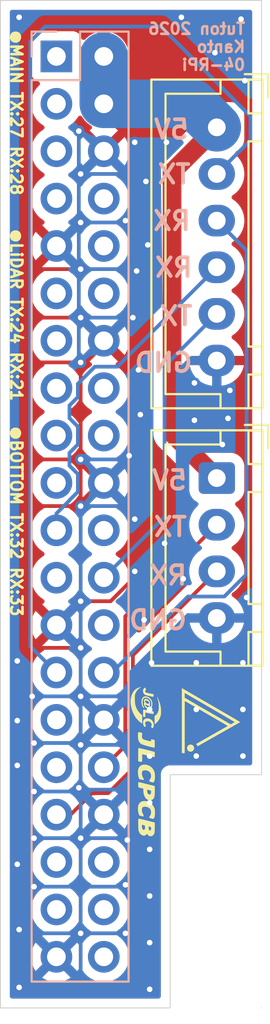
<source format=kicad_pcb>
(kicad_pcb (version 20241229) (generator "pcbnew") (generator_version "9.0")
  (layers (0 "F.Cu" signal) (2 "B.Cu" signal) (13 "F.Paste" user) (15 "B.Paste" user) (5 "F.SilkS" user "F.Silkscreen") (7 "B.SilkS" user "B.Silkscreen") (1 "F.Mask" user) (3 "B.Mask" user) (25 "Edge.Cuts" user))
  (net 0 "")
  (net 25 "+5V")
  (net 26 "BOTTOM_TX")
  (net 27 "BOTTOM_RX")
  (net 28 "GND")
  (net 29 "LiDAR_RX")
  (net 30 "LiDAR_TX")
  (net 31 "MAIN_RX")
  (net 32 "MAIN_TX")
  (footprint "Connector_JST:JST_XH_B6B-XH-A_1x06_P2.50mm_Vertical" (layer "F.Cu") (at 108.6 43.8 -90)
    (property "Reference" "J9" (hide yes))
    (property "Value" "RPi" (hide yes))
    (pad "1" thru_hole roundrect (at 0 0 270) (size 1.7 1.95) (drill 0.95) (layers "*.Cu" "*.Mask") (roundrect_rratio 0.147059) (net 25 "+5V"))
    (pad "2" thru_hole oval (at 2.5 0 270) (size 1.7 1.95) (drill 0.95) (layers "*.Cu" "*.Mask") (net 31 "MAIN_RX"))
    (pad "3" thru_hole oval (at 5 0 270) (size 1.7 1.95) (drill 0.95) (layers "*.Cu" "*.Mask") (net 32 "MAIN_TX"))
    (pad "4" thru_hole oval (at 7.5 0 270) (size 1.7 1.95) (drill 0.95) (layers "*.Cu" "*.Mask") (net 30 "LiDAR_TX"))
    (pad "5" thru_hole oval (at 10 0 270) (size 1.7 1.95) (drill 0.95) (layers "*.Cu" "*.Mask") (net 29 "LiDAR_RX"))
    (pad "6" thru_hole oval (at 12.5 0 270) (size 1.7 1.95) (drill 0.95) (layers "*.Cu" "*.Mask") (net 28 "GND"))
  )
  (footprint "Connector_JST:JST_XH_B4B-XH-A_1x04_P2.50mm_Vertical" (layer "F.Cu") (at 108.6 62.6 -90)
    (property "Reference" "J1" (hide yes))
    (property "Value" "BOTTOM")
    (pad "1" thru_hole roundrect (at 0 0 270) (size 1.7 1.95) (drill 0.95) (layers "*.Cu" "*.Mask") (roundrect_rratio 0.147059) (net 25 "+5V"))
    (pad "2" thru_hole oval (at 2.5 0 270) (size 1.7 1.95) (drill 0.95) (layers "*.Cu" "*.Mask") (net 27 "BOTTOM_RX"))
    (pad "3" thru_hole oval (at 5 0 270) (size 1.7 1.95) (drill 0.95) (layers "*.Cu" "*.Mask") (net 26 "BOTTOM_TX"))
    (pad "4" thru_hole oval (at 7.5 0 270) (size 1.7 1.95) (drill 0.95) (layers "*.Cu" "*.Mask") (net 28 "GND"))
  )
  (footprint "Logo:jlcpcb_logo_small" (layer "F.Cu") (at 104.8 77.8 -90)
    (property "Reference" "G***" (hide yes))
    (property "Value" "LOGO" (hide yes))
  )
  (footprint "Logo:tuton_logo_small" (layer "F.Cu") (at 108.3 75.6 -90)
    (property "Reference" "G***" (hide yes))
    (property "Value" "LOGO" (hide yes))
  )
  (footprint "Connector_PinSocket_2.54mm:PinSocket_2x20_P2.54mm_Vertical" (layer "B.Cu") (at 100 40 180)
    (property "Reference" "J2" (hide yes))
    (property "Value" "RPi")
    (pad "1" thru_hole rect (at 0 0 180) (size 1.7 1.7) (drill 1) (layers "*.Cu" "*.Mask"))
    (pad "2" thru_hole circle (at -2.54 0 180) (size 1.7 1.7) (drill 1) (layers "*.Cu" "*.Mask") (net 25 "+5V"))
    (pad "3" thru_hole circle (at 0 -2.54 180) (size 1.7 1.7) (drill 1) (layers "*.Cu" "*.Mask"))
    (pad "4" thru_hole circle (at -2.54 -2.54 180) (size 1.7 1.7) (drill 1) (layers "*.Cu" "*.Mask") (net 25 "+5V"))
    (pad "5" thru_hole circle (at 0 -5.08 180) (size 1.7 1.7) (drill 1) (layers "*.Cu" "*.Mask"))
    (pad "6" thru_hole circle (at -2.54 -5.08 180) (size 1.7 1.7) (drill 1) (layers "*.Cu" "*.Mask") (net 28 "GND"))
    (pad "7" thru_hole circle (at 0 -7.62 180) (size 1.7 1.7) (drill 1) (layers "*.Cu" "*.Mask"))
    (pad "8" thru_hole circle (at -2.54 -7.62 180) (size 1.7 1.7) (drill 1) (layers "*.Cu" "*.Mask"))
    (pad "9" thru_hole circle (at 0 -10.16 180) (size 1.7 1.7) (drill 1) (layers "*.Cu" "*.Mask") (net 28 "GND"))
    (pad "10" thru_hole circle (at -2.54 -10.16 180) (size 1.7 1.7) (drill 1) (layers "*.Cu" "*.Mask"))
    (pad "11" thru_hole circle (at 0 -12.7 180) (size 1.7 1.7) (drill 1) (layers "*.Cu" "*.Mask"))
    (pad "12" thru_hole circle (at -2.54 -12.7 180) (size 1.7 1.7) (drill 1) (layers "*.Cu" "*.Mask"))
    (pad "13" thru_hole circle (at 0 -15.24 180) (size 1.7 1.7) (drill 1) (layers "*.Cu" "*.Mask"))
    (pad "14" thru_hole circle (at -2.54 -15.24 180) (size 1.7 1.7) (drill 1) (layers "*.Cu" "*.Mask") (net 28 "GND"))
    (pad "15" thru_hole circle (at 0 -17.78 180) (size 1.7 1.7) (drill 1) (layers "*.Cu" "*.Mask"))
    (pad "16" thru_hole circle (at -2.54 -17.78 180) (size 1.7 1.7) (drill 1) (layers "*.Cu" "*.Mask"))
    (pad "17" thru_hole circle (at 0 -20.32 180) (size 1.7 1.7) (drill 1) (layers "*.Cu" "*.Mask"))
    (pad "18" thru_hole circle (at -2.54 -20.32 180) (size 1.7 1.7) (drill 1) (layers "*.Cu" "*.Mask"))
    (pad "19" thru_hole circle (at 0 -22.86 180) (size 1.7 1.7) (drill 1) (layers "*.Cu" "*.Mask"))
    (pad "20" thru_hole circle (at -2.54 -22.86 180) (size 1.7 1.7) (drill 1) (layers "*.Cu" "*.Mask") (net 28 "GND"))
    (pad "21" thru_hole circle (at 0 -25.4 180) (size 1.7 1.7) (drill 1) (layers "*.Cu" "*.Mask") (net 30 "LiDAR_TX"))
    (pad "22" thru_hole circle (at -2.54 -25.4 180) (size 1.7 1.7) (drill 1) (layers "*.Cu" "*.Mask"))
    (pad "23" thru_hole circle (at 0 -27.94 180) (size 1.7 1.7) (drill 1) (layers "*.Cu" "*.Mask"))
    (pad "24" thru_hole circle (at -2.54 -27.94 180) (size 1.7 1.7) (drill 1) (layers "*.Cu" "*.Mask") (net 29 "LiDAR_RX"))
    (pad "25" thru_hole circle (at 0 -30.48 180) (size 1.7 1.7) (drill 1) (layers "*.Cu" "*.Mask") (net 28 "GND"))
    (pad "26" thru_hole circle (at -2.54 -30.48 180) (size 1.7 1.7) (drill 1) (layers "*.Cu" "*.Mask"))
    (pad "27" thru_hole circle (at 0 -33.02 180) (size 1.7 1.7) (drill 1) (layers "*.Cu" "*.Mask") (net 31 "MAIN_RX"))
    (pad "28" thru_hole circle (at -2.54 -33.02 180) (size 1.7 1.7) (drill 1) (layers "*.Cu" "*.Mask") (net 32 "MAIN_TX"))
    (pad "29" thru_hole circle (at 0 -35.56 180) (size 1.7 1.7) (drill 1) (layers "*.Cu" "*.Mask"))
    (pad "30" thru_hole circle (at -2.54 -35.56 180) (size 1.7 1.7) (drill 1) (layers "*.Cu" "*.Mask") (net 28 "GND"))
    (pad "31" thru_hole circle (at 0 -38.1 180) (size 1.7 1.7) (drill 1) (layers "*.Cu" "*.Mask"))
    (pad "32" thru_hole circle (at -2.54 -38.1 180) (size 1.7 1.7) (drill 1) (layers "*.Cu" "*.Mask") (net 27 "BOTTOM_RX"))
    (pad "33" thru_hole circle (at 0 -40.64 180) (size 1.7 1.7) (drill 1) (layers "*.Cu" "*.Mask") (net 26 "BOTTOM_TX"))
    (pad "34" thru_hole circle (at -2.54 -40.64 180) (size 1.7 1.7) (drill 1) (layers "*.Cu" "*.Mask") (net 28 "GND"))
    (pad "35" thru_hole circle (at 0 -43.18 180) (size 1.7 1.7) (drill 1) (layers "*.Cu" "*.Mask"))
    (pad "36" thru_hole circle (at -2.54 -43.18 180) (size 1.7 1.7) (drill 1) (layers "*.Cu" "*.Mask"))
    (pad "37" thru_hole circle (at 0 -45.72 180) (size 1.7 1.7) (drill 1) (layers "*.Cu" "*.Mask"))
    (pad "38" thru_hole circle (at -2.54 -45.72 180) (size 1.7 1.7) (drill 1) (layers "*.Cu" "*.Mask"))
    (pad "39" thru_hole circle (at 0 -48.26 180) (size 1.7 1.7) (drill 1) (layers "*.Cu" "*.Mask") (net 28 "GND"))
    (pad "40" thru_hole circle (at -2.54 -48.26 180) (size 1.7 1.7) (drill 1) (layers "*.Cu" "*.Mask"))
  )
  (gr_line (start 111 37) (end 97 37) (stroke (width 0.05)) (layer "Edge.Cuts"))
  (gr_line (start 97 91) (end 106.1 91) (stroke (width 0.05)) (layer "Edge.Cuts"))
  (gr_line (start 111 91) (end 111 91) (stroke (width 0.05)) (layer "Edge.Cuts"))
  (gr_line (start 111 78.5) (end 111 37) (stroke (width 0.05)) (layer "Edge.Cuts"))
  (gr_line (start 97 37) (end 97 91) (stroke (width 0.05)) (layer "Edge.Cuts"))
  (gr_line (start 106.1 78.5) (end 111 78.5) (stroke (width 0.05)) (layer "Edge.Cuts"))
  (gr_line (start 106.1 91) (end 106.1 78.5) (stroke (width 0.05)) (layer "Edge.Cuts"))
  (gr_text "●MAIN TX:27 RX:28    ●LiDAR TX:24 RX:21   ●BOTTOM TX:32 RX:33" (at 97.5 38.5 270) (layer "F.SilkS") (effects (font (size 0.6 0.6) (thickness 0.14) (bold yes)) (justify left bottom)))
  (gr_text "RX" (at 107.4 51.9 0) (layer "B.SilkS") (effects (font (size 1 1) (thickness 0.2) (bold yes)) (justify left bottom mirror)))
  (gr_text "5V" (at 107.2 44.5 0) (layer "B.SilkS") (effects (font (size 1 1) (thickness 0.2) (bold yes)) (justify left bottom mirror)))
  (gr_text "Tuton 2026\nKanto\n04-RPi" (at 110.2 40.8 0) (layer "B.SilkS") (effects (font (size 0.6 0.6) (thickness 0.14) (bold yes)) (justify left bottom mirror)))
  (gr_text "5V" (at 107.1 63.3 0) (layer "B.SilkS") (effects (font (size 1 1) (thickness 0.2) (bold yes)) (justify left bottom mirror)))
  (gr_text "TX" (at 107.4 54.5 0) (layer "B.SilkS") (effects (font (size 1 1) (thickness 0.2) (bold yes)) (justify left bottom mirror)))
  (gr_text "GND" (at 107.4 57 0) (layer "B.SilkS") (effects (font (size 1 1) (thickness 0.2) (bold yes)) (justify left bottom mirror)))
  (gr_text "TX" (at 107.3 46.9 0) (layer "B.SilkS") (effects (font (size 1 1) (thickness 0.2) (bold yes)) (justify left bottom mirror)))
  (gr_text "RX" (at 107.1 68.4 0) (layer "B.SilkS") (effects (font (size 1 1) (thickness 0.2) (bold yes)) (justify left bottom mirror)))
  (gr_text "GND" (at 107.1 70.8 0) (layer "B.SilkS") (effects (font (size 1 1) (thickness 0.2) (bold yes)) (justify left bottom mirror)))
  (gr_text "RX" (at 107.3 49.4 0) (layer "B.SilkS") (effects (font (size 1 1) (thickness 0.2) (bold yes)) (justify left bottom mirror)))
  (gr_text "TX" (at 107.1 65.8 0) (layer "B.SilkS") (effects (font (size 1 1) (thickness 0.2) (bold yes)) (justify left bottom mirror)))
  (segment (start 106.2 46.2) (end 108.6 43.8) (width 1) (layer "F.Cu") (net 25))
  (segment (start 108.6 62.6) (end 106.2 60.2) (width 1) (layer "F.Cu") (net 25))
  (segment (start 106.2 60.2) (end 106.2 46.2) (width 1) (layer "F.Cu") (net 25))
  (segment (start 102.54 42.54) (end 107.34 42.54) (width 2.6) (layer "B.Cu") (net 25))
  (segment (start 107.34 42.54) (end 108.6 43.8) (width 2.6) (layer "B.Cu") (net 25))
  (segment (start 102.54 40) (end 102.54 42.54) (width 2.6) (layer "B.Cu") (net 25))
  (segment (start 100.76 80.64) (end 100 80.64) (width 0.2) (layer "F.Cu") (net 26))
  (segment (start 102.06324 79.489) (end 102.05224 79.5) (width 0.2) (layer "F.Cu") (net 26))
  (segment (start 102.77876 79.489) (end 102.06324 79.489) (width 0.2) (layer "F.Cu") (net 26))
  (segment (start 104.1 78.16776) (end 102.77876 79.489) (width 0.2) (layer "F.Cu") (net 26))
  (segment (start 102.05224 79.5) (end 101.9 79.5) (width 0.2) (layer "F.Cu") (net 26))
  (segment (start 101.9 79.5) (end 100.76 80.64) (width 0.2) (layer "F.Cu") (net 26))
  (segment (start 108.6 67.6) (end 104.1 72.1) (width 0.2) (layer "F.Cu") (net 26))
  (segment (start 104.1 72.1) (end 104.1 78.16776) (width 0.2) (layer "F.Cu") (net 26))
  (segment (start 108.6 65.1) (end 103.691 70.009) (width 0.2) (layer "F.Cu") (net 27))
  (segment (start 103.691 70.009) (end 103.691 76.949) (width 0.2) (layer "F.Cu") (net 27))
  (segment (start 103.691 76.949) (end 102.54 78.1) (width 0.2) (layer "F.Cu") (net 27))
  (segment (start 108.6 65.1) (end 108.1 65.1) (width 0.2) (layer "F.Cu") (net 27))
  (segment (start 98.6 71.7) (end 97.9 72.4) (width 0.2) (layer "F.Cu") (net 28))
  (segment (start 101.3 56.4) (end 98.4 56.4) (width 0.2) (layer "F.Cu") (net 28))
  (segment (start 101.3 54) (end 98.5 54) (width 0.2) (layer "F.Cu") (net 28))
  (segment (start 101.3 71.7) (end 98.6 71.7) (width 0.2) (layer "F.Cu") (net 28))
  (segment (start 98.5 64) (end 98.5 61.4) (width 0.2) (layer "F.Cu") (net 28))
  (segment (start 98.7 61.6) (end 98.5 61.4) (width 0.2) (layer "F.Cu") (net 28))
  (segment (start 101.3 64.1) (end 98.6 64.1) (width 0.2) (layer "F.Cu") (net 28))
  (segment (start 101.3 69.2) (end 102.90776 69.2) (width 0.2) (layer "F.Cu") (net 28))
  (segment (start 101.3 79.1) (end 101.2 79.2) (width 0.2) (layer "F.Cu") (net 28))
  (segment (start 98.5 61.4) (end 98.5 56.5) (width 0.2) (layer "F.Cu") (net 28))
  (segment (start 101.3 76.9) (end 101.3 79.1) (width 0.2) (layer "F.Cu") (net 28))
  (segment (start 98.4 54.1) (end 98.4 51.6) (width 0.2) (layer "F.Cu") (net 28))
  (segment (start 98.4 54.1) (end 98.5 54) (width 0.2) (layer "F.Cu") (net 28))
  (segment (start 98.76 51.4) (end 100 50.16) (width 0.2) (layer "F.Cu") (net 28))
  (segment (start 101.3 87) (end 103.7 87) (width 0.2) (layer "F.Cu") (net 28))
  (segment (start 104.2 67.90776) (end 104.2 67.6) (width 0.2) (layer "F.Cu") (net 28))
  (segment (start 102.90776 69.2) (end 104.2 67.90776) (width 0.2) (layer "F.Cu") (net 28))
  (segment (start 101.3 81.9) (end 101.3 87) (width 0.2) (layer "F.Cu") (net 28))
  (segment (start 98.4 56.4) (end 98.4 54.1) (width 0.2) (layer "F.Cu") (net 28))
  (segment (start 101.3 61.6) (end 101.3 64.1) (width 0.2) (layer "F.Cu") (net 28))
  (segment (start 101.3 69.2) (end 101.3 76.9) (width 0.2) (layer "F.Cu") (net 28))
  (segment (start 98.6 64.1) (end 98.5 64) (width 0.2) (layer "F.Cu") (net 28))
  (segment (start 98.5 56.5) (end 98.4 56.4) (width 0.2) (layer "F.Cu") (net 28))
  (segment (start 101.3 56.4) (end 101.3 61.6) (width 0.2) (layer "F.Cu") (net 28))
  (segment (start 101.3 51.4) (end 98.76 51.4) (width 0.2) (layer "F.Cu") (net 28))
  (segment (start 101.3 61.6) (end 98.7 61.6) (width 0.2) (layer "F.Cu") (net 28))
  (segment (start 98.6 51.4) (end 98.76 51.4) (width 0.2) (layer "F.Cu") (net 28))
  (segment (start 98.4 51.6) (end 98.6 51.4) (width 0.2) (layer "F.Cu") (net 28))
  (via (at 98.8 81.9) (size 0.6) (drill 0.3) (layers "F.Cu" "B.Cu") (net 28))
  (via (at 104.5 59.2) (size 0.6) (drill 0.3) (layers "F.Cu" "B.Cu") (net 28))
  (via (at 107.5 75) (size 0.6) (drill 0.3) (layers "F.Cu" "B.Cu") (net 28))
  (via (at 101.2 79.2) (size 0.6) (drill 0.3) (layers "F.Cu" "B.Cu") (net 28))
  (via (at 101.2 44) (size 0.6) (drill 0.3) (layers "F.Cu" "B.Cu") (net 28))
  (via (at 97.9 78) (size 0.6) (drill 0.3) (layers "F.Cu" "B.Cu") (net 28))
  (via (at 98 89.9) (size 0.6) (drill 0.3) (layers "F.Cu" "B.Cu") (net 28))
  (via (at 104.4 56.8) (size 0.6) (drill 0.3) (layers "F.Cu" "B.Cu") (net 28))
  (via (at 101.3 54) (size 0.6) (drill 0.3) (layers "F.Cu" "B.Cu") (net 28))
  (via (at 101.3 76.9) (size 0.6) (drill 0.3) (layers "F.Cu" "B.Cu") (net 28))
  (via (at 103.7 84.4) (size 0.6) (drill 0.3) (layers "F.Cu" "B.Cu") (net 28))
  (via (at 105 75) (size 0.6) (drill 0.3) (layers "F.Cu" "B.Cu") (net 28))
  (via (at 101.3 64.1) (size 0.6) (drill 0.3) (layers "F.Cu" "B.Cu") (net 28))
  (via (at 98 37.9) (size 0.6) (drill 0.3) (layers "F.Cu" "B.Cu") (net 28))
  (via (at 104.9 50.1) (size 0.6) (drill 0.3) (layers "F.Cu" "B.Cu") (net 28))
  (via (at 101.3 51.4) (size 0.6) (drill 0.3) (layers "F.Cu" "B.Cu") (net 28))
  (via (at 101.3 81.9) (size 0.6) (drill 0.3) (layers "F.Cu" "B.Cu") (net 28))
  (via (at 98 86.8) (size 0.6) (drill 0.3) (layers "F.Cu" "B.Cu") (net 28))
  (via (at 105 80) (size 0.6) (drill 0.3) (layers "F.Cu" "B.Cu") (net 28))
  (via (at 109.3 57.9) (size 0.6) (drill 0.3) (layers "F.Cu" "B.Cu") (net 28))
  (via (at 104.8 46.7) (size 0.6) (drill 0.3) (layers "F.Cu" "B.Cu") (net 28))
  (via (at 104.7 70.2) (size 0.6) (drill 0.3) (layers "F.Cu" "B.Cu") (net 28))
  (via (at 105.9 44.6) (size 0.6) (drill 0.3) (layers "F.Cu" "B.Cu") (net 28))
  (via (at 107.5 77.5) (size 0.6) (drill 0.3) (layers "F.Cu" "B.Cu") (net 28))
  (via (at 107.5 72.5) (size 0.6) (drill 0.3) (layers "F.Cu" "B.Cu") (net 28))
  (via (at 110.1 41.3) (size 0.6) (drill 0.3) (layers "F.Cu" "B.Cu") (net 28))
  (via (at 110 72.5) (size 0.6) (drill 0.3) (layers "F.Cu" "B.Cu") (net 28))
  (via (at 108.9 60.8) (size 0.6) (drill 0.3) (layers "F.Cu" "B.Cu") (net 28))
  (via (at 104.2 44.6) (size 0.6) (drill 0.3) (layers "F.Cu" "B.Cu") (net 28))
  (via (at 108.5 39.8) (size 0.6) (drill 0.3) (layers "F.Cu" "B.Cu") (net 28))
  (via (at 101.3 56.4) (size 0.6) (drill 0.3) (layers "F.Cu" "B.Cu") (net 28))
  (via (at 97.9 72.4) (size 0.6) (drill 0.3) (layers "F.Cu" "B.Cu") (net 28))
  (via (at 109.2 59.4) (size 0.6) (drill 0.3) (layers "F.Cu" "B.Cu") (net 28))
  (via (at 104.3 51.5) (size 0.6) (drill 0.3) (layers "F.Cu" "B.Cu") (net 28))
  (via (at 105.1 72.5) (size 0.6) (drill 0.3) (layers "F.Cu" "B.Cu") (net 28))
  (via (at 106.7 37.9) (size 0.6) (drill 0.3) (layers "F.Cu" "B.Cu") (net 28))
  (via (at 105 90) (size 0.6) (drill 0.3) (layers "F.Cu" "B.Cu") (net 28))
  (via (at 110 77.5) (size 0.6) (drill 0.3) (layers "F.Cu" "B.Cu") (net 28))
  (via (at 101.3 71.7) (size 0.6) (drill 0.3) (layers "F.Cu" "B.Cu") (net 28))
  (via (at 104.2 64.8) (size 0.6) (drill 0.3) (layers "F.Cu" "B.Cu") (net 28))
  (via (at 105 82.5) (size 0.6) (drill 0.3) (layers "F.Cu" "B.Cu") (net 28))
  (via (at 98.8 84.5) (size 0.6) (drill 0.3) (layers "F.Cu" "B.Cu") (net 28))
  (via (at 101.3 69.2) (size 0.6) (drill 0.3) (layers "F.Cu" "B.Cu") (net 28))
  (via (at 101.3 87) (size 0.6) (drill 0.3) (layers "F.Cu" "B.Cu") (net 28))
  (via (at 106.8 68) (size 0.6) (drill 0.3) (layers "F.Cu" "B.Cu") (net 28))
  (via (at 103.7 48.8) (size 0.6) (drill 0.3) (layers "F.Cu" "B.Cu") (net 28))
  (via (at 98.7 74.3) (size 0.6) (drill 0.3) (layers "F.Cu" "B.Cu") (net 28))
  (via (at 103.9 61.4) (size 0.6) (drill 0.3) (layers "F.Cu" "B.Cu") (net 28))
  (via (at 101.3 74.3) (size 0.6) (drill 0.3) (layers "F.Cu" "B.Cu") (net 28))
  (via (at 110.2 69) (size 0.6) (drill 0.3) (layers "F.Cu" "B.Cu") (net 28))
  (via (at 110 75) (size 0.6) (drill 0.3) (layers "F.Cu" "B.Cu") (net 28))
  (via (at 101.3 48.9) (size 0.6) (drill 0.3) (layers "F.Cu" "B.Cu") (net 28))
  (via (at 101.3 61.6) (size 0.6) (drill 0.3) (layers "F.Cu" "B.Cu") (net 28))
  (via (at 103.8 82) (size 0.6) (drill 0.3) (layers "F.Cu" "B.Cu") (net 28))
  (via (at 103.7 87) (size 0.6) (drill 0.3) (layers "F.Cu" "B.Cu") (net 28))
  (via (at 98.8 79.4) (size 0.6) (drill 0.3) (layers "F.Cu" "B.Cu") (net 28))
  (via (at 97.9 83.3) (size 0.6) (drill 0.3) (layers "F.Cu" "B.Cu") (net 28))
  (via (at 104.2 67.6) (size 0.6) (drill 0.3) (layers "F.Cu" "B.Cu") (net 28))
  (via (at 104.1 54) (size 0.6) (drill 0.3) (layers "F.Cu" "B.Cu") (net 28))
  (via (at 101.3 46.3) (size 0.6) (drill 0.3) (layers "F.Cu" "B.Cu") (net 28))
  (via (at 97.9 75.6) (size 0.6) (drill 0.3) (layers "F.Cu" "B.Cu") (net 28))
  (via (at 109.9 38) (size 0.6) (drill 0.3) (layers "F.Cu" "B.Cu") (net 28))
  (via (at 107.4 59.5) (size 0.6) (drill 0.3) (layers "F.Cu" "B.Cu") (net 28))
  (via (at 107.4 57.5) (size 0.6) (drill 0.3) (layers "F.Cu" "B.Cu") (net 28))
  (via (at 105 77.5) (size 0.6) (drill 0.3) (layers "F.Cu" "B.Cu") (net 28))
  (via (at 105 87.5) (size 0.6) (drill 0.3) (layers "F.Cu" "B.Cu") (net 28))
  (via (at 98.8 76.8) (size 0.6) (drill 0.3) (layers "F.Cu" "B.Cu") (net 28))
  (via (at 105.8 66.1) (size 0.6) (drill 0.3) (layers "F.Cu" "B.Cu") (net 28))
  (via (at 105 85) (size 0.6) (drill 0.3) (layers "F.Cu" "B.Cu") (net 28))
  (segment (start 101.3 87) (end 104.5 87) (width 0.2) (layer "B.Cu") (net 28))
  (segment (start 104.3 74.3) (end 105 75) (width 0.2) (layer "B.Cu") (net 28))
  (segment (start 101.4 89.9) (end 104.9 89.9) (width 0.2) (layer "B.Cu") (net 28))
  (segment (start 101.3 74.3) (end 104.3 74.3) (width 0.2) (layer "B.Cu") (net 28))
  (segment (start 98.8 79.4) (end 101 79.4) (width 0.2) (layer "B.Cu") (net 28))
  (segment (start 101.3 51.4) (end 104.2 51.4) (width 0.2) (layer "B.Cu") (net 28))
  (segment (start 104.5 87) (end 105 87.5) (width 0.2) (layer "B.Cu") (net 28))
  (segment (start 98.2 87) (end 98 86.8) (width 0.2) (layer "B.Cu") (net 28))
  (segment (start 101.2 79.2) (end 101.3 79.3) (width 0.2) (layer "B.Cu") (net 28))
  (segment (start 98.8 76.8) (end 101.2 76.8) (width 0.2) (layer "B.Cu") (net 28))
  (segment (start 101.3 81.9) (end 104.4 81.9) (width 0.2) (layer "B.Cu") (net 28))
  (segment (start 101.2 44) (end 101.2 56.3) (width 0.2) (layer "B.Cu") (net 28))
  (segment (start 104.4 76.9) (end 105 77.5) (width 0.2) (layer "B.Cu") (net 28))
  (segment (start 101.3 64.1) (end 103.5 64.1) (width 0.2) (layer "B.Cu") (net 28))
  (segment (start 101.3 48.9) (end 103.6 48.9) (width 0.2) (layer "B.Cu") (net 28))
  (segment (start 103.2 79.3) (end 105 77.5) (width 0.2) (layer "B.Cu") (net 28))
  (segment (start 103.7 61.6) (end 103.9 61.4) (width 0.2) (layer "B.Cu") (net 28))
  (segment (start 98.7 74.3) (end 101.3 74.3) (width 0.2) (layer "B.Cu") (net 28))
  (segment (start 101.3 79.3) (end 103.2 79.3) (width 0.2) (layer "B.Cu") (net 28))
  (segment (start 101.3 69.2) (end 101.3 81.9) (width 0.2) (layer "B.Cu") (net 28))
  (segment (start 101.3 81.9) (end 101.3 89.8) (width 0.2) (layer "B.Cu") (net 28))
  (segment (start 104.4 46.3) (end 104.8 46.7) (width 0.2) (layer "B.Cu") (net 28))
  (segment (start 101.3 64.1) (end 101.3 69.2) (width 0.2) (layer "B.Cu") (net 28))
  (segment (start 104.9 89.9) (end 105 90) (width 0.2) (layer "B.Cu") (net 28))
  (segment (start 101.3 61.6) (end 103.7 61.6) (width 0.2) (layer "B.Cu") (net 28))
  (segment (start 103.6 84.5) (end 103.7 84.4) (width 0.2) (layer "B.Cu") (net 28))
  (segment (start 101.2 76.8) (end 101.3 76.9) (width 0.2) (layer "B.Cu") (net 28))
  (segment (start 103.5 64.1) (end 104.2 64.8) (width 0.2) (layer "B.Cu") (net 28))
  (segment (start 104.2 51.4) (end 104.3 51.5) (width 0.2) (layer "B.Cu") (net 28))
  (segment (start 101 79.4) (end 101.2 79.2) (width 0.2) (layer "B.Cu") (net 28))
  (segment (start 101.3 46.3) (end 104.4 46.3) (width 0.2) (layer "B.Cu") (net 28))
  (segment (start 101.3 76.9) (end 104.4 76.9) (width 0.2) (layer "B.Cu") (net 28))
  (segment (start 98.8 84.5) (end 103.6 84.5) (width 0.2) (layer "B.Cu") (net 28))
  (segment (start 103.6 48.9) (end 103.7 48.8) (width 0.2) (layer "B.Cu") (net 28))
  (segment (start 101.3 89.8) (end 101.4 89.9) (width 0.2) (layer "B.Cu") (net 28))
  (segment (start 101.3 87) (end 98.2 87) (width 0.2) (layer "B.Cu") (net 28))
  (segment (start 104.4 81.9) (end 105 82.5) (width 0.2) (layer "B.Cu") (net 28))
  (segment (start 101.3 54) (end 104.1 54) (width 0.2) (layer "B.Cu") (net 28))
  (segment (start 101.2 56.3) (end 101.3 56.4) (width 0.2) (layer "B.Cu") (net 28))
  (segment (start 101.3 81.9) (end 98.8 81.9) (width 0.2) (layer "B.Cu") (net 28))
  (segment (start 105.8 56.6) (end 105.8 64.68) (width 0.2) (layer "B.Cu") (net 29))
  (segment (start 105.8 64.68) (end 102.54 67.94) (width 0.2) (layer "B.Cu") (net 29))
  (segment (start 108.6 53.8) (end 105.8 56.6) (width 0.2) (layer "B.Cu") (net 29))
  (segment (start 101.151 59.84324) (end 101.151 60.79676) (width 0.2) (layer "B.Cu") (net 30))
  (segment (start 100.7 58.70776) (end 100.7 59.39224) (width 0.2) (layer "B.Cu") (net 30))
  (segment (start 101.151 62.38324) (end 101.151 63.33676) (width 0.2) (layer "B.Cu") (net 30))
  (segment (start 101.151 57.54124) (end 101.151 58.25676) (width 0.2) (layer "B.Cu") (net 30))
  (segment (start 100.7 63.78776) (end 100.7 63.8) (width 0.2) (layer "B.Cu") (net 30))
  (segment (start 108.6 51.3) (end 103.271 56.629) (width 0.2) (layer "B.Cu") (net 30))
  (segment (start 101.151 63.33676) (end 100.7 63.78776) (width 0.2) (layer "B.Cu") (net 30))
  (segment (start 101.151 58.25676) (end 100.7 58.70776) (width 0.2) (layer "B.Cu") (net 30))
  (segment (start 100.7 59.39224) (end 101.151 59.84324) (width 0.2) (layer "B.Cu") (net 30))
  (segment (start 103.271 56.629) (end 102.06324 56.629) (width 0.2) (layer "B.Cu") (net 30))
  (segment (start 100.7 63.8) (end 100 64.5) (width 0.2) (layer "B.Cu") (net 30))
  (segment (start 100.7 61.93224) (end 101.151 62.38324) (width 0.2) (layer "B.Cu") (net 30))
  (segment (start 100.7 61.24776) (end 100.7 61.93224) (width 0.2) (layer "B.Cu") (net 30))
  (segment (start 101.151 60.79676) (end 100.7 61.24776) (width 0.2) (layer "B.Cu") (net 30))
  (segment (start 100 64.5) (end 100 65.4) (width 0.2) (layer "B.Cu") (net 30))
  (segment (start 102.06324 56.629) (end 101.151 57.54124) (width 0.2) (layer "B.Cu") (net 30))
  (segment (start 105.6 38.4) (end 99.4 38.4) (width 0.2) (layer "B.Cu") (net 31))
  (segment (start 108.6 46.3) (end 110.4 44.5) (width 0.2) (layer "B.Cu") (net 31))
  (segment (start 98.6 39.2) (end 98.6 71.62) (width 0.2) (layer "B.Cu") (net 31))
  (segment (start 110.4 44.5) (end 110.4 43.2) (width 0.2) (layer "B.Cu") (net 31))
  (segment (start 110.4 43.2) (end 105.6 38.4) (width 0.2) (layer "B.Cu") (net 31))
  (segment (start 99.4 38.4) (end 98.6 39.2) (width 0.2) (layer "B.Cu") (net 31))
  (segment (start 98.6 71.62) (end 100 73.02) (width 0.2) (layer "B.Cu") (net 31))
  (segment (start 102.98 73.02) (end 102.54 73.02) (width 0.2) (layer "B.Cu") (net 32))
  (segment (start 107.051 68.949) (end 102.98 73.02) (width 0.2) (layer "B.Cu") (net 32))
  (segment (start 110.2 67.75276) (end 109.00376 68.949) (width 0.2) (layer "B.Cu") (net 32))
  (segment (start 109.00376 68.949) (end 107.051 68.949) (width 0.2) (layer "B.Cu") (net 32))
  (segment (start 108.6 48.8) (end 110.2 50.4) (width 0.2) (layer "B.Cu") (net 32))
  (segment (start 110.2 50.4) (end 110.2 67.75276) (width 0.2) (layer "B.Cu") (net 32))
  (zone (net 28) (net_name "GND") (layers "F.Cu" "B.Cu") (connect_pads (clearance 0.5)) (min_thickness 0.25) (fill yes (thermal_gap 0.5) (thermal_bridge_width 0.5))
    (polygon (pts (xy 97 37) (xy 97 91) (xy 106.1 91) (xy 106.1 78.5) (xy 111 78.5) (xy 111 37)))
  )
  (zone (net 0) (net_name "") (layer "B.Cu") (connect_pads (clearance 0)) (min_thickness 0.25)
    (keepout (tracks allowed) (vias allowed) (pads allowed) (copperpour not_allowed) (footprints allowed))
    (fill (thermal_gap 0.5) (thermal_bridge_width 0.5))
    (polygon (pts (xy 105.7 53.6) (xy 105.6 45.9) (xy 107.2 44.3) (xy 108.2 45.1) (xy 108.2 53.6)))
  )
  (zone (net 0) (net_name "") (layer "B.Cu") (connect_pads (clearance 0)) (min_thickness 0.25)
    (keepout (tracks allowed) (vias allowed) (pads allowed) (copperpour not_allowed) (footprints allowed))
    (fill (thermal_gap 0.5) (thermal_bridge_width 0.5))
    (polygon (pts (xy 105.2 55) (xy 105.2 56.5) (xy 107.3 54.5) (xy 107.3 53.1)))
  )
)
</source>
